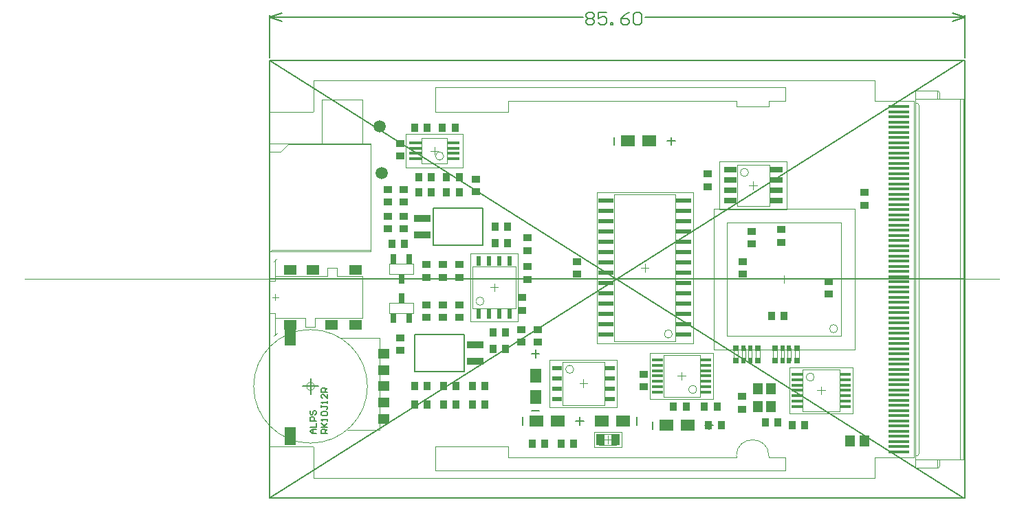
<source format=gtp>
G04*
G04 #@! TF.GenerationSoftware,Altium Limited,Altium Designer,18.0.7 (293)*
G04*
G04 Layer_Color=8421504*
%FSLAX25Y25*%
%MOIN*%
G70*
G01*
G75*
%ADD14C,0.00591*%
%ADD15C,0.00591*%
%ADD16C,0.00800*%
%ADD18C,0.00394*%
%ADD19C,0.00197*%
%ADD20C,0.00600*%
%ADD21R,0.03661X0.03858*%
%ADD22R,0.03858X0.03661*%
%ADD23C,0.05906*%
%ADD24R,0.05512X0.04724*%
%ADD25R,0.05512X0.08661*%
%ADD26R,0.07480X0.02362*%
%ADD27R,0.05906X0.01772*%
%ADD28R,0.07874X0.03504*%
%ADD29R,0.02165X0.05118*%
%ADD30R,0.02756X0.04921*%
%ADD31R,0.07087X0.05315*%
%ADD32R,0.02953X0.03150*%
%ADD33R,0.02284X0.03150*%
%ADD34R,0.05512X0.01772*%
%ADD35R,0.04528X0.05512*%
%ADD36R,0.05315X0.07087*%
%ADD37R,0.06496X0.02559*%
%ADD38R,0.03858X0.05276*%
%ADD39R,0.05906X0.04724*%
%ADD40R,0.05118X0.02165*%
%ADD41R,0.04567X0.05787*%
%ADD42R,0.09843X0.01575*%
D14*
X-312823Y94500D02*
X-312811Y94488D01*
X-312823Y-0D02*
X24185D01*
X-312823Y106299D02*
X23398Y-106299D01*
X-312823D02*
X23398Y106299D01*
X-312823D02*
X24185D01*
Y-106299D02*
Y106299D01*
X-312823Y-106299D02*
Y106299D01*
Y-106299D02*
X24185D01*
X-296937Y-52000D02*
X-289063D01*
X-293000Y-55937D02*
Y-48063D01*
D15*
X-218500Y-45000D02*
Y-27000D01*
X-242500Y-27000D02*
X-218500D01*
X-242500Y-45000D02*
Y-27000D01*
X-242500Y-45000D02*
X-218500D01*
X-233500Y34500D02*
X-233500Y34500D01*
X-209500D01*
X-209500Y34500D02*
X-209500Y34500D01*
X-209500Y16500D02*
Y34500D01*
X-233500Y16500D02*
X-209500D01*
X-233500D02*
X-233500Y16500D01*
Y34500D01*
D16*
X-290264Y-74822D02*
X-292263D01*
X-293263Y-73822D01*
X-292263Y-72823D01*
X-290264D01*
X-291763D01*
Y-74822D01*
X-293263Y-71823D02*
X-290264D01*
Y-69824D01*
Y-68824D02*
X-293263D01*
Y-67325D01*
X-292763Y-66825D01*
X-291763D01*
X-291263Y-67325D01*
Y-68824D01*
X-292763Y-63826D02*
X-293263Y-64325D01*
Y-65325D01*
X-292763Y-65825D01*
X-292263D01*
X-291763Y-65325D01*
Y-64325D01*
X-291263Y-63826D01*
X-290764D01*
X-290264Y-64325D01*
Y-65325D01*
X-290764Y-65825D01*
X-284745Y-74822D02*
X-287744D01*
Y-73322D01*
X-287244Y-72823D01*
X-286244D01*
X-285745Y-73322D01*
Y-74822D01*
Y-73822D02*
X-284745Y-72823D01*
X-287744Y-71823D02*
X-284745D01*
X-285745D01*
X-287744Y-69824D01*
X-286244Y-71323D01*
X-284745Y-69824D01*
Y-68824D02*
Y-67824D01*
Y-68324D01*
X-287744D01*
X-287244Y-68824D01*
Y-66325D02*
X-287744Y-65825D01*
Y-64825D01*
X-287244Y-64325D01*
X-285245D01*
X-284745Y-64825D01*
Y-65825D01*
X-285245Y-66325D01*
X-287244D01*
X-287744Y-61326D02*
Y-62326D01*
Y-61826D01*
X-285245D01*
X-284745Y-62326D01*
Y-62826D01*
X-285245Y-63326D01*
X-284745Y-60327D02*
Y-59327D01*
Y-59827D01*
X-287744D01*
X-287244Y-60327D01*
X-284745Y-55828D02*
Y-57828D01*
X-286744Y-55828D01*
X-287244D01*
X-287744Y-56328D01*
Y-57328D01*
X-287244Y-57828D01*
X-284745Y-54829D02*
X-287744D01*
Y-53329D01*
X-287244Y-52829D01*
X-286244D01*
X-285745Y-53329D01*
Y-54829D01*
Y-53829D02*
X-284745Y-52829D01*
X-118252Y65031D02*
Y68968D01*
X-120220Y67000D02*
X-116284D01*
X-145811Y65031D02*
Y68968D01*
X-99752Y-72969D02*
Y-69032D01*
X-101720Y-71000D02*
X-97783D01*
X-127311Y-72969D02*
Y-69032D01*
X-185968Y-36252D02*
X-182032D01*
X-184000Y-38221D02*
Y-34284D01*
X-185968Y-63811D02*
X-182032D01*
X-162548Y-70868D02*
Y-66931D01*
X-164516Y-68900D02*
X-160580D01*
X-134989Y-70868D02*
Y-66931D01*
X-162552Y-70868D02*
Y-66931D01*
X-164521Y-68900D02*
X-160583D01*
X-190111Y-70868D02*
Y-66931D01*
D18*
X-70866Y-85827D02*
G03*
X-86614Y-85827I-7874J0D01*
G01*
X-307677Y61823D02*
X-304000Y65500D01*
X-313000Y61823D02*
X-307677D01*
X-313000D02*
Y81201D01*
X-304000Y65500D02*
X-264000D01*
Y14000D02*
Y65500D01*
X-312000Y14000D02*
X-264000D01*
X-313000Y13000D02*
X-312000Y14000D01*
X-313000Y-862D02*
Y13000D01*
X-291701Y-81201D02*
X-291500Y-81402D01*
Y-96457D02*
Y-81402D01*
X-310098Y-18972D02*
Y-16610D01*
X-313000D02*
X-310098D01*
Y-18972D02*
X-295532D01*
X-313000Y-862D02*
X-310098D01*
Y1500D01*
X-291701Y81201D02*
X-291500Y81402D01*
X-313000Y-40600D02*
Y-16610D01*
X-295532Y-23106D02*
Y-18972D01*
Y-23106D02*
X-290807D01*
Y-18972D01*
X-267972D01*
Y1500D01*
X-280177D02*
X-267972D01*
X-280177D02*
Y5634D01*
X-284902D02*
X-280177D01*
X-284902Y1500D02*
Y5634D01*
X-310098Y1500D02*
X-284902D01*
X-313000Y-81201D02*
Y-40600D01*
X-232445Y96457D02*
X-59543D01*
X-232445Y93000D02*
X-63000D01*
X-232445Y81201D02*
Y93000D01*
X-291500Y96457D02*
X-232445D01*
X-63000Y86614D02*
Y93000D01*
X-59543Y96457D02*
X-19685D01*
X-63000Y-93000D02*
Y-86614D01*
X-291500Y-96457D02*
X-19685D01*
X-232445Y-93000D02*
Y-81201D01*
Y-93000D02*
X-63000D01*
X-19685Y86614D02*
X-500D01*
X-19685Y-86614D02*
X-500D01*
X-218500Y-45000D02*
Y-27000D01*
X-242500D02*
X-218500D01*
X-242500Y-45000D02*
Y-27000D01*
Y-45000D02*
X-218500D01*
X-233500Y34500D02*
X-233500Y34500D01*
X-209500D01*
Y16500D02*
Y34500D01*
X-209500Y16500D02*
X-209500Y16500D01*
X-233500Y16500D02*
X-209500D01*
X-233500D02*
Y34500D01*
X-63000Y86614D02*
X-63000Y86614D01*
X-70866Y86614D02*
X-63000D01*
X-19685Y86614D02*
Y96457D01*
X-70866Y-86614D02*
X-63000D01*
X-19685Y-96457D02*
Y-86614D01*
X-232445Y81201D02*
X-197244D01*
X-313000D02*
X-291701D01*
X-291500Y81402D02*
Y96457D01*
X-232445Y-81201D02*
X-197244D01*
X-313000D02*
X-291701D01*
X-197244Y81201D02*
Y86614D01*
Y-86614D02*
X-86614D01*
X-70866D02*
Y-85827D01*
X-86614Y-86614D02*
Y-85827D01*
X-197244Y-86614D02*
Y-81201D01*
X-500Y86614D02*
X-500Y-86614D01*
X-197244Y86614D02*
X-86614D01*
X-70866Y83858D02*
Y86614D01*
X-86614Y83858D02*
Y86614D01*
Y83858D02*
X-70866D01*
X-265441Y-52000D02*
G03*
X-265441Y-52000I-27559J0D01*
G01*
X-291032D02*
G03*
X-291032Y-52000I-1969J0D01*
G01*
X-117614Y-26587D02*
G03*
X-117614Y-26587I-1969J0D01*
G01*
X-228472Y59741D02*
G03*
X-228472Y59741I-1969J0D01*
G01*
X-208921Y-10693D02*
G03*
X-208921Y-10693I-1969J0D01*
G01*
X-48847Y-47504D02*
G03*
X-48847Y-47504I-1969J0D01*
G01*
X-105816Y-53496D02*
G03*
X-105816Y-53496I-1969J0D01*
G01*
X-80762Y51799D02*
G03*
X-80762Y51799I-1969J0D01*
G01*
X-165424Y-43710D02*
G03*
X-165424Y-43710I-1969J0D01*
G01*
X-37516Y-24016D02*
G03*
X-37516Y-24016I-1969J0D01*
G01*
X-431500Y0D02*
X40945Y-0D01*
X-313213Y13500D02*
Y65665D01*
X-264000D01*
Y13500D02*
Y65665D01*
X-313213Y13500D02*
X-264000D01*
X-267936Y65664D02*
Y87318D01*
X-287622D02*
X-267936D01*
X-287622Y65787D02*
Y87318D01*
Y65787D02*
X-287500Y65665D01*
X-259535Y-73063D02*
Y-28378D01*
X-275284Y-73063D02*
X-259535D01*
X-278827Y-28378D02*
X-259535D01*
X-145961Y41130D02*
X-116039D01*
X-145961Y-30130D02*
X-116039D01*
X-145961D02*
Y41130D01*
X-116039Y-30130D02*
Y41130D01*
X-226898Y56197D02*
Y68402D01*
X-239102Y56197D02*
Y68402D01*
Y56197D02*
X-226898D01*
X-239102Y68402D02*
X-226898D01*
X-193567Y-14236D02*
Y6236D01*
X-214433Y-14236D02*
Y6236D01*
X-193567D01*
X-214433Y-14236D02*
X-193567D01*
X-254748Y7480D02*
X-243252D01*
X-254748Y2362D02*
X-243252D01*
Y7480D01*
X-254748Y2362D02*
Y7480D01*
X-243252D01*
X-254748Y2362D02*
X-243252D01*
Y7480D01*
X-254748Y2362D02*
Y7480D01*
Y2362D02*
Y7480D01*
X-243252Y2362D02*
Y7480D01*
X-254748Y2362D02*
X-243252D01*
X-254748Y7480D02*
X-243252D01*
X-254748Y-16559D02*
X-243252D01*
X-254748Y-11441D02*
X-243252D01*
X-254748Y-16559D02*
Y-11441D01*
X-243252Y-16559D02*
Y-11441D01*
X-254748Y-16559D02*
X-243252D01*
X-254748Y-11441D02*
X-243252D01*
X-254748Y-16559D02*
Y-11441D01*
X-243252Y-16559D02*
Y-11441D01*
Y-16559D02*
Y-11441D01*
X-254748Y-16559D02*
Y-11441D01*
X-243252D01*
X-254748Y-16559D02*
X-243252D01*
X-54358Y-64039D02*
Y-43961D01*
X-36642Y-64039D02*
Y-43961D01*
X-54358D02*
X-36642D01*
X-54358Y-64039D02*
X-36642D01*
X-104242Y-57039D02*
Y-36961D01*
X-121958Y-57039D02*
Y-36961D01*
Y-57039D02*
X-104242D01*
X-121958Y-36961D02*
X-104242D01*
X-86274Y35658D02*
X-70526D01*
X-86274Y55343D02*
X-70526D01*
Y35658D02*
Y55343D01*
X-86274Y35658D02*
Y55343D01*
X-153034Y-80359D02*
X-144766D01*
X-153034Y-75241D02*
X-144766D01*
Y-80359D02*
Y-75241D01*
X-153034Y-80359D02*
Y-75241D01*
X-310886Y-27634D02*
X-309311Y-26059D01*
X-310886Y8587D02*
X-309311Y10161D01*
X-310098Y1500D02*
Y9374D01*
Y-26847D02*
Y-18972D01*
X-290807D02*
X-267972D01*
X-290807Y-23106D02*
Y-18972D01*
X-295532Y-23106D02*
X-290807D01*
X-295532D02*
Y-18972D01*
X-310098D02*
X-295532D01*
X-310098Y1500D02*
X-284902D01*
Y5634D01*
X-280177D01*
Y1500D02*
Y5634D01*
Y1500D02*
X-267972D01*
Y-18972D02*
Y1500D01*
X-170936Y-61033D02*
X-150464D01*
X-170936Y-40167D02*
X-150464D01*
Y-61033D02*
Y-40167D01*
X-170936Y-61033D02*
Y-40167D01*
X-91059Y-27559D02*
X-35941D01*
X-91059Y27559D02*
X-35941D01*
Y-27559D02*
Y27559D01*
X-91059Y-27559D02*
Y27559D01*
X0Y-85630D02*
X984D01*
X1969Y-84646D01*
Y0D01*
Y84646D01*
X984Y85630D02*
X1969Y84646D01*
X0Y85630D02*
X984D01*
X0Y-91339D02*
X10827D01*
X11024D01*
X11811Y-90551D01*
Y-87402D01*
Y87402D02*
X11811Y87402D01*
X11811Y87402D02*
Y90551D01*
X11024Y91339D02*
X11811Y90551D01*
X10827Y91339D02*
X11024D01*
X0D02*
X10827D01*
X23622Y-87402D02*
Y87402D01*
X0Y-87402D02*
X23622D01*
X0Y87402D02*
X23622D01*
X0Y-91339D02*
Y91339D01*
X21850Y-87402D02*
Y87402D01*
X10827Y-91240D02*
Y-87598D01*
Y-91240D02*
X10925Y-91339D01*
X10827Y87402D02*
Y91339D01*
X-14764Y0D02*
X25591D01*
X-131000Y3531D02*
Y7468D01*
X-132968Y5500D02*
X-129032D01*
X-234968Y62300D02*
X-231031D01*
X-233000Y60331D02*
Y64268D01*
X-205968Y-4000D02*
X-202031D01*
X-204000Y-5968D02*
Y-2032D01*
X-47469Y-54000D02*
X-43532D01*
X-45500Y-55968D02*
Y-52031D01*
X-115068Y-47000D02*
X-111132D01*
X-113100Y-48968D02*
Y-45031D01*
X-78400Y43532D02*
Y47469D01*
X-80369Y45500D02*
X-76432D01*
X-148900Y-79769D02*
Y-75832D01*
X-150868Y-77800D02*
X-146932D01*
X-310098Y-10311D02*
Y-7161D01*
X-311673Y-8736D02*
X-308524D01*
X-160700Y-52569D02*
Y-48632D01*
X-162669Y-50600D02*
X-158731D01*
X-63500Y-1969D02*
Y1969D01*
X-65469Y0D02*
X-61532D01*
D19*
X-68899Y-33350D02*
X-66931Y-33350D01*
X-64962Y-33350D02*
X-63387D01*
X-61813D02*
X-60238D01*
X-58269D02*
X-56300Y-33350D01*
X-58269Y-39650D02*
X-56300Y-39649D01*
X-61813Y-39650D02*
X-60238D01*
X-64962Y-39650D02*
X-63387D01*
X-68899Y-39649D02*
X-66931Y-39650D01*
Y-33350D01*
X-64962Y-39650D02*
Y-33350D01*
X-63387Y-39650D02*
Y-33350D01*
X-61813Y-39650D02*
X-61813Y-33350D01*
X-60238D02*
X-60238Y-39650D01*
X-58269Y-39650D02*
Y-33350D01*
X-68899Y-39649D02*
Y-33350D01*
X-56300Y-39649D02*
Y-33350D01*
X-87799D02*
X-85831Y-33350D01*
X-83862Y-33350D02*
X-82287D01*
X-80713Y-33350D02*
X-79138D01*
X-77169Y-33350D02*
X-75200Y-33350D01*
X-77169Y-39650D02*
X-75200Y-39649D01*
X-80713Y-39650D02*
X-79138D01*
X-83862D02*
X-82287Y-39650D01*
X-87799Y-39649D02*
X-85831Y-39650D01*
Y-33350D01*
X-83862Y-33350D02*
X-83862Y-39650D01*
X-82287Y-39650D02*
Y-33350D01*
X-80713Y-39650D02*
Y-33350D01*
X-79138Y-39650D02*
Y-33350D01*
X-77169Y-39650D02*
Y-33350D01*
X-87799Y-39649D02*
Y-33350D01*
X-75200Y-39649D02*
Y-33350D01*
X-154327Y42114D02*
X-107673D01*
X-154327Y-31114D02*
X-107673D01*
X-154327D02*
Y42114D01*
X-107673Y-31114D02*
Y42114D01*
X-219024Y54229D02*
Y70370D01*
X-246976Y54229D02*
Y70370D01*
Y54229D02*
X-219024D01*
X-246976Y70370D02*
X-219024D01*
X-192583Y-20339D02*
Y12339D01*
X-215417Y-20339D02*
Y12339D01*
X-192583D01*
X-215417Y-20339D02*
X-192583D01*
X-60854Y-65024D02*
Y-42976D01*
X-30146Y-65024D02*
Y-42976D01*
X-60854D02*
X-30146D01*
X-60854Y-65024D02*
X-30146D01*
X-97746Y-58024D02*
Y-35976D01*
X-128454Y-58024D02*
Y-35976D01*
Y-58024D02*
X-97746D01*
X-128454Y-35976D02*
X-97746D01*
X-94739Y33689D02*
X-62061D01*
X-94739Y57311D02*
X-62061D01*
Y33689D02*
Y57311D01*
X-94739Y33689D02*
Y57311D01*
X-155593Y-81540D02*
X-142207D01*
X-155593Y-74060D02*
X-142207D01*
Y-81540D02*
Y-74060D01*
X-155593Y-81540D02*
Y-74060D01*
X-177039Y-62017D02*
X-144361D01*
X-177039Y-39183D02*
X-144361D01*
Y-62017D02*
Y-39183D01*
X-177039Y-62017D02*
Y-39183D01*
X-97654Y-34154D02*
X-29346D01*
X-97654Y34154D02*
X-29346D01*
Y-34154D02*
Y34154D01*
X-97654Y-34154D02*
Y34154D01*
D20*
X18185Y125000D02*
X24185Y127000D01*
X18185Y129000D02*
X24185Y127000D01*
X-312823D02*
X-306823Y129000D01*
X-312823Y127000D02*
X-306823Y125000D01*
X-130823Y127000D02*
X24185D01*
X-312823D02*
X-161014D01*
X24185Y107595D02*
Y128000D01*
X-312823Y107595D02*
Y128000D01*
X-159415Y128399D02*
X-158415Y129399D01*
X-156415D01*
X-155416Y128399D01*
Y127400D01*
X-156415Y126400D01*
X-155416Y125400D01*
Y124401D01*
X-156415Y123401D01*
X-158415D01*
X-159415Y124401D01*
Y125400D01*
X-158415Y126400D01*
X-159415Y127400D01*
Y128399D01*
X-158415Y126400D02*
X-156415D01*
X-149418Y129399D02*
X-153417D01*
Y126400D01*
X-151417Y127400D01*
X-150417D01*
X-149418Y126400D01*
Y124401D01*
X-150417Y123401D01*
X-152417D01*
X-153417Y124401D01*
X-147418Y123401D02*
Y124401D01*
X-146419D01*
Y123401D01*
X-147418D01*
X-138421Y129399D02*
X-140421Y128399D01*
X-142420Y126400D01*
Y124401D01*
X-141420Y123401D01*
X-139421D01*
X-138421Y124401D01*
Y125400D01*
X-139421Y126400D01*
X-142420D01*
X-136422Y128399D02*
X-135422Y129399D01*
X-133423D01*
X-132423Y128399D01*
Y124401D01*
X-133423Y123401D01*
X-135422D01*
X-136422Y124401D01*
Y128399D01*
D21*
X-227031Y42000D02*
D03*
X-220969D02*
D03*
X-220969Y49500D02*
D03*
X-227031D02*
D03*
X-242531Y73575D02*
D03*
X-236468D02*
D03*
X-229031D02*
D03*
X-222968D02*
D03*
X-240531Y49500D02*
D03*
X-234469D02*
D03*
X-234469Y42000D02*
D03*
X-240531D02*
D03*
X-247468Y17000D02*
D03*
X-253532D02*
D03*
X-197468Y17500D02*
D03*
X-203532D02*
D03*
X-203532Y25500D02*
D03*
X-197468D02*
D03*
X-198468Y-26000D02*
D03*
X-204532D02*
D03*
X-204532Y-34000D02*
D03*
X-198468D02*
D03*
X-208469Y-52000D02*
D03*
X-214531D02*
D03*
X-228532D02*
D03*
X-222468D02*
D03*
X-236469D02*
D03*
X-242531D02*
D03*
X-208469Y-61000D02*
D03*
X-214531D02*
D03*
X-222468D02*
D03*
X-228532D02*
D03*
X-236469D02*
D03*
X-242531D02*
D03*
X-63569Y-17800D02*
D03*
X-69631D02*
D03*
X-53469Y-71000D02*
D03*
X-59531D02*
D03*
X-72484Y-69500D02*
D03*
X-66421D02*
D03*
X-95969Y-62000D02*
D03*
X-102032D02*
D03*
X-117032D02*
D03*
X-110968D02*
D03*
X-93968Y-71000D02*
D03*
X-100031D02*
D03*
X-171531Y-80000D02*
D03*
X-165469D02*
D03*
X-179469D02*
D03*
X-185531D02*
D03*
D22*
X-248000Y43532D02*
D03*
Y37468D02*
D03*
Y30531D02*
D03*
Y24468D02*
D03*
X-249500Y65831D02*
D03*
Y59768D02*
D03*
X-213000Y48531D02*
D03*
Y42469D02*
D03*
X-255500Y43532D02*
D03*
Y37468D02*
D03*
Y30531D02*
D03*
Y24468D02*
D03*
X-188000Y6032D02*
D03*
Y-32D02*
D03*
Y20031D02*
D03*
Y13969D02*
D03*
X-221000Y969D02*
D03*
Y7032D02*
D03*
X-229000Y969D02*
D03*
Y7032D02*
D03*
X-237000Y969D02*
D03*
Y7032D02*
D03*
X-221000Y-12468D02*
D03*
Y-18531D02*
D03*
X-229000Y-12468D02*
D03*
Y-18531D02*
D03*
X-237000Y-12468D02*
D03*
Y-18531D02*
D03*
X-190500Y-15032D02*
D03*
Y-8969D02*
D03*
X-183000Y-30531D02*
D03*
Y-24468D02*
D03*
X-191000Y-30563D02*
D03*
Y-24500D02*
D03*
X-249500Y-34532D02*
D03*
Y-28468D02*
D03*
X-164000Y8531D02*
D03*
Y2468D02*
D03*
X-100500Y44969D02*
D03*
Y51032D02*
D03*
X-24500Y35969D02*
D03*
Y42031D02*
D03*
X-65000Y17968D02*
D03*
Y24032D02*
D03*
X-79200Y23132D02*
D03*
Y17068D02*
D03*
X-83600Y2468D02*
D03*
Y8531D02*
D03*
X-41900Y-7332D02*
D03*
Y-1268D02*
D03*
X-131600Y-52232D02*
D03*
Y-46169D02*
D03*
X-84000Y-63032D02*
D03*
X-84000Y-56968D02*
D03*
D23*
X-259500Y74000D02*
D03*
X-258500Y51500D02*
D03*
D24*
X-257567Y-36252D02*
D03*
Y-44126D02*
D03*
Y-52000D02*
D03*
Y-59874D02*
D03*
Y-67748D02*
D03*
D25*
X-302842Y-76016D02*
D03*
Y-27984D02*
D03*
D26*
X-149701Y38000D02*
D03*
Y33000D02*
D03*
Y28000D02*
D03*
Y23000D02*
D03*
Y18000D02*
D03*
Y13000D02*
D03*
Y8000D02*
D03*
Y3000D02*
D03*
Y-2000D02*
D03*
Y-7000D02*
D03*
Y-12000D02*
D03*
Y-17000D02*
D03*
Y-22000D02*
D03*
Y-27000D02*
D03*
X-112299Y38000D02*
D03*
Y33000D02*
D03*
Y28000D02*
D03*
Y23000D02*
D03*
Y18000D02*
D03*
Y13000D02*
D03*
Y8000D02*
D03*
Y3000D02*
D03*
Y-2000D02*
D03*
Y-7000D02*
D03*
Y-12000D02*
D03*
Y-17000D02*
D03*
Y-22000D02*
D03*
Y-27000D02*
D03*
D27*
X-223945Y58461D02*
D03*
Y61020D02*
D03*
Y63579D02*
D03*
Y66138D02*
D03*
X-242055Y58461D02*
D03*
Y61020D02*
D03*
Y63579D02*
D03*
Y66138D02*
D03*
D28*
X-238787Y29500D02*
D03*
Y21500D02*
D03*
X-213213Y-40000D02*
D03*
Y-32000D02*
D03*
D29*
X-196500Y8795D02*
D03*
X-201500D02*
D03*
X-206500D02*
D03*
X-211500D02*
D03*
X-196500Y-16795D02*
D03*
X-201500D02*
D03*
X-206500D02*
D03*
X-211500D02*
D03*
D30*
X-245260Y9843D02*
D03*
X-252740D02*
D03*
X-249000Y0D02*
D03*
X-252740Y-18921D02*
D03*
X-245260D02*
D03*
X-249000Y-9079D02*
D03*
D31*
X-128842Y67000D02*
D03*
X-139157D02*
D03*
X-110343Y-71000D02*
D03*
X-120658D02*
D03*
X-151957Y-68900D02*
D03*
X-141642D02*
D03*
X-173143D02*
D03*
X-183458D02*
D03*
D32*
X-57285Y-33468D02*
D03*
Y-39531D02*
D03*
X-67915Y-33468D02*
D03*
Y-39531D02*
D03*
X-76185Y-33468D02*
D03*
X-76185Y-39531D02*
D03*
X-86815Y-33468D02*
D03*
Y-39531D02*
D03*
D33*
X-61025Y-33468D02*
D03*
X-61025Y-39531D02*
D03*
X-64175Y-33468D02*
D03*
Y-39531D02*
D03*
X-79925Y-33468D02*
D03*
Y-39531D02*
D03*
X-83075Y-33468D02*
D03*
X-83075Y-39531D02*
D03*
D34*
X-57114Y-46323D02*
D03*
Y-48882D02*
D03*
Y-51441D02*
D03*
Y-54000D02*
D03*
Y-56559D02*
D03*
Y-59118D02*
D03*
Y-61677D02*
D03*
X-33886Y-46323D02*
D03*
Y-48882D02*
D03*
Y-51441D02*
D03*
Y-54000D02*
D03*
Y-56559D02*
D03*
Y-59118D02*
D03*
Y-61677D02*
D03*
X-101486Y-54677D02*
D03*
Y-52118D02*
D03*
Y-49559D02*
D03*
Y-47000D02*
D03*
Y-44441D02*
D03*
Y-41882D02*
D03*
Y-39323D02*
D03*
X-124714Y-54677D02*
D03*
Y-52118D02*
D03*
Y-49559D02*
D03*
Y-47000D02*
D03*
Y-44441D02*
D03*
Y-41882D02*
D03*
Y-39323D02*
D03*
D35*
X-76150Y-53269D02*
D03*
X-69850Y-61931D02*
D03*
X-76150D02*
D03*
X-69850Y-53269D02*
D03*
D36*
X-184000Y-46843D02*
D03*
Y-57157D02*
D03*
D37*
X-67278Y38000D02*
D03*
Y43000D02*
D03*
Y48000D02*
D03*
Y53000D02*
D03*
X-89522Y38000D02*
D03*
Y43000D02*
D03*
Y48000D02*
D03*
Y53000D02*
D03*
D38*
X-145199Y-77800D02*
D03*
X-152601D02*
D03*
D39*
X-271122Y4650D02*
D03*
X-291988D02*
D03*
X-302815D02*
D03*
Y-22122D02*
D03*
X-282933D02*
D03*
X-271122D02*
D03*
D40*
X-147905Y-58100D02*
D03*
Y-53100D02*
D03*
Y-48100D02*
D03*
Y-43100D02*
D03*
X-173495Y-58100D02*
D03*
Y-53100D02*
D03*
Y-48100D02*
D03*
Y-43100D02*
D03*
D41*
X-24496Y-78500D02*
D03*
X-31504D02*
D03*
D42*
X-7874Y-83740D02*
D03*
Y83740D02*
D03*
Y81240D02*
D03*
Y78740D02*
D03*
Y76240D02*
D03*
Y73740D02*
D03*
Y71240D02*
D03*
Y68740D02*
D03*
Y66240D02*
D03*
Y63740D02*
D03*
Y61240D02*
D03*
Y58740D02*
D03*
Y56240D02*
D03*
Y53740D02*
D03*
Y51240D02*
D03*
Y48740D02*
D03*
Y46240D02*
D03*
Y43740D02*
D03*
Y41240D02*
D03*
Y38740D02*
D03*
Y36240D02*
D03*
Y33740D02*
D03*
Y31240D02*
D03*
Y28740D02*
D03*
Y26240D02*
D03*
Y23740D02*
D03*
Y21240D02*
D03*
Y18740D02*
D03*
Y16240D02*
D03*
Y13740D02*
D03*
Y11240D02*
D03*
Y8740D02*
D03*
Y6240D02*
D03*
Y-81260D02*
D03*
Y3740D02*
D03*
Y1240D02*
D03*
Y-1260D02*
D03*
Y-3760D02*
D03*
Y-6260D02*
D03*
Y-8760D02*
D03*
Y-11260D02*
D03*
Y-13760D02*
D03*
Y-16260D02*
D03*
Y-18760D02*
D03*
Y-21260D02*
D03*
Y-23760D02*
D03*
Y-26260D02*
D03*
Y-28760D02*
D03*
Y-31260D02*
D03*
Y-33760D02*
D03*
Y-36260D02*
D03*
Y-38760D02*
D03*
Y-41260D02*
D03*
Y-43760D02*
D03*
Y-46260D02*
D03*
Y-48760D02*
D03*
Y-51260D02*
D03*
Y-53760D02*
D03*
Y-56260D02*
D03*
Y-58760D02*
D03*
Y-61260D02*
D03*
Y-63760D02*
D03*
Y-66260D02*
D03*
Y-68760D02*
D03*
Y-71260D02*
D03*
Y-76260D02*
D03*
Y-73760D02*
D03*
Y-78760D02*
D03*
M02*

</source>
